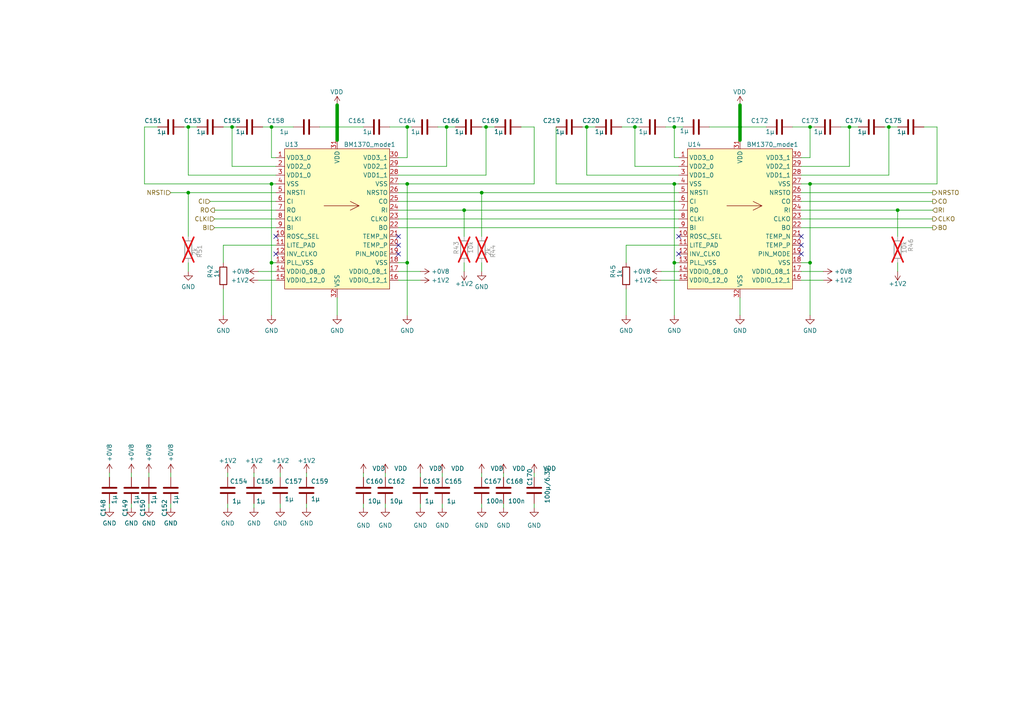
<source format=kicad_sch>
(kicad_sch (version 20231120) (generator "eeschema") (generator_version "8.0")
  (paper "A4")
  (lib_symbols
    (symbol "Device:C" (pin_numbers hide) (pin_names (offset 0.254))
      (property "Reference" "C" (at 0.635 2.54 0))
      (property "Value" "C" (at 0.635 -2.54 0))
      (symbol "C_0_1"
        (polyline (pts (xy -2.032 -0.762) (xy 2.032 -0.762)) (stroke (width 0.508)))
        (polyline (pts (xy -2.032 0.762) (xy 2.032 0.762)) (stroke (width 0.508)))
      )
      (symbol "C_1_1"
        (pin passive line (at 0 3.81 270) (length 2.794) (name "~") (number "1"))
        (pin passive line (at 0 -3.81 90) (length 2.794) (name "~") (number "2"))
      )
    )
    (symbol "Device:R" (pin_numbers hide) (pin_names (offset 0))
      (property "Reference" "R" (at 2.032 0 90))
      (property "Value" "R" (at 0 0 90))
      (symbol "R_0_1"
        (rectangle (start -1.016 -2.54) (end 1.016 2.54) (stroke (width 0.254)))
      )
      (symbol "R_1_1"
        (pin passive line (at 0 3.81 270) (length 1.27) (name "~") (number "1"))
        (pin passive line (at 0 -3.81 90) (length 1.27) (name "~") (number "2"))
      )
    )
    (symbol "GND_7" (power) (pin_names (offset 0))
      (property "Value" "GND_7" (at 0 -3.81 0))
      (symbol "GND_7_0_1"
        (polyline (pts (xy 0 0) (xy 0 -1.27) (xy 1.27 -1.27) (xy 0 -2.54) (xy -1.27 -1.27) (xy 0 -1.27)))
      )
      (symbol "GND_7_1_1"
        (pin power_in line (at 0 0 270) (length 0) hide (name "GND") (number "1"))
      )
    )
    (symbol "bitaxe:BM1370_mode1"
      (property "Reference" "U4" (at -15.24 21.59 0))
      (property "Value" "BM1370_mode1" (at 1.905 21.59 0))
      (symbol "BM1370_mode1_0_1"
        (rectangle (start -15.24 20.32) (end 15.24 -20.32) (fill (type background)))
        (polyline (pts (xy -3.81 3.81) (xy 6.35 3.81)))
        (polyline (pts (xy 3.81 2.54) (xy 6.35 3.81)))
        (polyline (pts (xy 3.81 5.08) (xy 6.35 3.81)))
      )
      (symbol "BM1370_mode1_1_1"
        (pin power_in line (at -17.78 17.78 0) (length 2.54) (name "VDD3_0") (number "1"))
        (pin unspecified line (at -17.78 -5.08 0) (length 2.54) (name "ROSC_SEL") (number "10"))
        (pin unspecified line (at -17.78 -7.62 0) (length 2.54) (name "LITE_PAD") (number "11"))
        (pin unspecified line (at -17.78 -10.16 0) (length 2.54) (name "INV_CLKO") (number "12"))
        (pin power_in line (at -17.78 -12.7 0) (length 2.54) (name "PLL_VSS") (number "13"))
        (pin power_in line (at -17.78 -15.24 0) (length 2.54) (name "VDDIO_08_0") (number "14"))
        (pin power_in line (at -17.78 -17.78 0) (length 2.54) (name "VDDIO_12_0") (number "15"))
        (pin power_in line (at 17.78 -17.78 180) (length 2.54) (name "VDDIO_12_1") (number "16"))
        (pin power_in line (at 17.78 -15.24 180) (length 2.54) (name "VDDIO_08_1") (number "17"))
        (pin power_in line (at 17.78 -12.7 180) (length 2.54) (name "VSS") (number "18"))
        (pin input line (at 17.78 -10.16 180) (length 2.54) (name "PIN_MODE") (number "19"))
        (pin power_in line (at -17.78 15.24 0) (length 2.54) (name "VDD2_0") (number "2"))
        (pin unspecified line (at 17.78 -7.62 180) (length 2.54) (name "TEMP_P") (number "20"))
        (pin unspecified line (at 17.78 -5.08 180) (length 2.54) (name "TEMP_N") (number "21"))
        (pin output line (at 17.78 -2.54 180) (length 2.54) (name "BO") (number "22"))
        (pin output line (at 17.78 0 180) (length 2.54) (name "CLKO") (number "23"))
        (pin input line (at 17.78 2.54 180) (length 2.54) (name "RI") (number "24"))
        (pin output line (at 17.78 5.08 180) (length 2.54) (name "CO") (number "25"))
        (pin output line (at 17.78 7.62 180) (length 2.54) (name "NRSTO") (number "26"))
        (pin power_in line (at 17.78 10.16 180) (length 2.54) (name "VSS") (number "27"))
        (pin power_in line (at 17.78 12.7 180) (length 2.54) (name "VDD1_1") (number "28"))
        (pin power_in line (at 17.78 15.24 180) (length 2.54) (name "VDD2_1") (number "29"))
        (pin power_in line (at -17.78 12.7 0) (length 2.54) (name "VDD1_0") (number "3"))
        (pin power_in line (at 17.78 17.78 180) (length 2.54) (name "VDD3_1") (number "30"))
        (pin power_in line (at 0 22.86 270) (length 2.54) (name "VDD") (number "31"))
        (pin power_in line (at 0 -22.86 90) (length 2.54) (name "VSS") (number "32"))
        (pin power_in line (at -17.78 10.16 0) (length 2.54) (name "VSS") (number "4"))
        (pin input line (at -17.78 7.62 0) (length 2.54) (name "NRSTI") (number "5"))
        (pin input line (at -17.78 5.08 0) (length 2.54) (name "CI") (number "6"))
        (pin output line (at -17.78 2.54 0) (length 2.54) (name "RO") (number "7"))
        (pin input line (at -17.78 0 0) (length 2.54) (name "CLKI") (number "8"))
        (pin input line (at -17.78 -2.54 0) (length 2.54) (name "BI") (number "9"))
      )
    )
    (symbol "mylib7:+0V8" (power) (exclude_from_sim yes) (in_bom no) (on_board no)
      (property "Value" "+0V8" (at 0 3.175 90))
      (symbol "+0V8_0_1"
        (polyline (pts (xy -0.762 1.27) (xy 0 2.54)))
        (polyline (pts (xy 0 0) (xy 0 2.54)))
        (polyline (pts (xy 0 2.54) (xy 0.762 1.27)))
      )
      (symbol "+0V8_1_1"
        (pin power_in line (at 0 0 90) (length 0) hide (name "+0V8") (number "1"))
      )
    )
    (symbol "power:+1V2" (power) (pin_numbers hide) (pin_names (offset 0) hide)
      (property "Value" "+1V2" (at 0 3.556 0))
      (symbol "+1V2_0_1"
        (polyline (pts (xy -0.762 1.27) (xy 0 2.54)))
        (polyline (pts (xy 0 0) (xy 0 2.54)))
        (polyline (pts (xy 0 2.54) (xy 0.762 1.27)))
      )
      (symbol "+1V2_1_1"
        (pin power_in line (at 0 0 90) (length 0) (name "~") (number "1"))
      )
    )
    (symbol "power:GND" (power) (pin_names (offset 0))
      (property "Value" "GND" (at 0 -3.81 0))
      (symbol "GND_0_1"
        (polyline (pts (xy 0 0) (xy 0 -1.27) (xy 1.27 -1.27) (xy 0 -2.54) (xy -1.27 -1.27) (xy 0 -1.27)))
      )
      (symbol "GND_1_1"
        (pin power_in line (at 0 0 270) (length 0) hide (name "GND") (number "1"))
      )
    )
    (symbol "power:VDD" (power) (pin_numbers hide) (pin_names (offset 0) hide)
      (property "Value" "VDD" (at 0 3.556 0))
      (symbol "VDD_0_1"
        (polyline (pts (xy -0.762 1.27) (xy 0 2.54)))
        (polyline (pts (xy 0 0) (xy 0 2.54)))
        (polyline (pts (xy 0 2.54) (xy 0.762 1.27)))
      )
      (symbol "VDD_1_1"
        (pin power_in line (at 0 0 90) (length 0) (name "~") (number "1"))
      )
    )
  )
  (junction (at 184.15 36.83))
  (junction (at 67.31 36.83))
  (junction (at 118.11 36.83))
  (junction (at 246.38 36.83))
  (junction (at 257.81 36.83))
  (junction (at 78.74 76.2))
  (junction (at 195.58 36.83))
  (junction (at 139.7 55.88))
  (junction (at 134.62 60.96))
  (junction (at 54.61 55.88))
  (junction (at 234.95 53.34))
  (junction (at 234.95 76.2))
  (junction (at 97.79 36.83))
  (junction (at 78.74 36.83))
  (junction (at 129.54 36.83))
  (junction (at 118.11 53.34))
  (junction (at 214.63 36.83))
  (junction (at 78.74 53.34))
  (junction (at 195.58 76.2))
  (junction (at 118.11 76.2))
  (junction (at 140.97 36.83))
  (junction (at 260.35 60.96))
  (junction (at 234.95 36.83))
  (junction (at 54.61 36.83))
  (junction (at 170.18 36.83))
  (junction (at 195.58 53.34))
  (no_connect (at 196.85 68.58))
  (no_connect (at 115.57 68.58))
  (no_connect (at 115.57 73.66))
  (no_connect (at 196.85 73.66))
  (no_connect (at 232.41 73.66))
  (no_connect (at 115.57 71.12))
  (no_connect (at 232.41 71.12))
  (no_connect (at 80.01 68.58))
  (no_connect (at 80.01 73.66))
  (no_connect (at 232.41 68.58))
  (wire (pts (xy 115.57 50.8) (xy 140.97 50.8)))
  (wire (pts (xy 139.7 146.05) (xy 139.7 147.32)))
  (wire (pts (xy 170.18 36.83) (xy 172.72 36.83)))
  (wire (pts (xy 78.74 45.72) (xy 80.01 45.72)))
  (wire (pts (xy 260.35 60.96) (xy 260.35 68.58)))
  (wire (pts (xy 271.78 53.34) (xy 271.78 36.83)))
  (wire (pts (xy 196.85 53.34) (xy 195.58 53.34)))
  (wire (pts (xy 154.94 36.83) (xy 151.13 36.83)))
  (wire (pts (xy 234.95 53.34) (xy 234.95 76.2)))
  (wire (pts (xy 246.38 48.26) (xy 246.38 36.83)))
  (wire (pts (xy 74.93 81.28) (xy 80.01 81.28)))
  (wire (pts (xy 234.95 53.34) (xy 271.78 53.34)))
  (wire (pts (xy 181.61 71.12) (xy 196.85 71.12)))
  (wire (pts (xy 214.63 30.48) (xy 214.63 36.83)) (stroke (width 1)))
  (wire (pts (xy 88.9 146.05) (xy 88.9 147.32)))
  (wire (pts (xy 121.92 146.05) (xy 121.92 147.32)))
  (wire (pts (xy 234.95 36.83) (xy 236.22 36.83)))
  (wire (pts (xy 191.77 81.28) (xy 196.85 81.28)))
  (wire (pts (xy 260.35 76.2) (xy 260.35 78.74)))
  (wire (pts (xy 232.41 53.34) (xy 234.95 53.34)))
  (wire (pts (xy 134.62 60.96) (xy 196.85 60.96)))
  (wire (pts (xy 198.12 36.83) (xy 195.58 36.83)))
  (wire (pts (xy 181.61 83.82) (xy 181.61 91.44)))
  (wire (pts (xy 195.58 76.2) (xy 195.58 91.44)))
  (wire (pts (xy 88.9 138.43) (xy 88.9 137.16)))
  (wire (pts (xy 97.79 86.36) (xy 97.79 91.44)))
  (wire (pts (xy 161.29 53.34) (xy 195.58 53.34)))
  (wire (pts (xy 154.94 53.34) (xy 154.94 36.83)))
  (wire (pts (xy 139.7 36.83) (xy 140.97 36.83)))
  (wire (pts (xy 118.11 53.34) (xy 154.94 53.34)))
  (wire (pts (xy 118.11 76.2) (xy 118.11 91.44)))
  (wire (pts (xy 43.18 137.16) (xy 43.18 138.43)))
  (wire (pts (xy 78.74 76.2) (xy 78.74 91.44)))
  (wire (pts (xy 78.74 53.34) (xy 78.74 76.2)))
  (wire (pts (xy 78.74 53.34) (xy 41.91 53.34)))
  (wire (pts (xy 128.27 146.05) (xy 128.27 147.32)))
  (wire (pts (xy 49.53 137.16) (xy 49.53 138.43)))
  (wire (pts (xy 64.77 71.12) (xy 64.77 76.2)))
  (wire (pts (xy 67.31 36.83) (xy 68.58 36.83)))
  (wire (pts (xy 115.57 66.04) (xy 196.85 66.04)))
  (wire (pts (xy 128.27 137.16) (xy 128.27 138.43)))
  (wire (pts (xy 73.66 137.16) (xy 73.66 138.43)))
  (wire (pts (xy 134.62 60.96) (xy 134.62 68.58)))
  (wire (pts (xy 191.77 78.74) (xy 196.85 78.74)))
  (wire (pts (xy 97.79 36.83) (xy 97.79 40.64)))
  (wire (pts (xy 271.78 36.83) (xy 267.97 36.83)))
  (wire (pts (xy 113.03 36.83) (xy 118.11 36.83)))
  (wire (pts (xy 115.57 45.72) (xy 118.11 45.72)))
  (wire (pts (xy 234.95 45.72) (xy 234.95 36.83)))
  (wire (pts (xy 31.75 137.16) (xy 31.75 138.43)))
  (wire (pts (xy 41.91 53.34) (xy 41.91 36.83)))
  (wire (pts (xy 54.61 76.2) (xy 54.61 78.74)))
  (wire (pts (xy 111.76 146.05) (xy 111.76 147.32)))
  (wire (pts (xy 154.94 137.16) (xy 154.94 138.43)))
  (wire (pts (xy 170.18 50.8) (xy 196.85 50.8)))
  (wire (pts (xy 81.28 138.43) (xy 81.28 137.16)))
  (wire (pts (xy 97.79 30.48) (xy 97.79 36.83)) (stroke (width 1)))
  (wire (pts (xy 129.54 48.26) (xy 129.54 36.83)))
  (wire (pts (xy 54.61 36.83) (xy 57.15 36.83)))
  (wire (pts (xy 115.57 78.74) (xy 121.92 78.74)))
  (wire (pts (xy 232.41 76.2) (xy 234.95 76.2)))
  (wire (pts (xy 78.74 36.83) (xy 85.09 36.83)))
  (wire (pts (xy 31.75 146.05) (xy 31.75 147.32)))
  (wire (pts (xy 184.15 36.83) (xy 184.15 48.26)))
  (wire (pts (xy 64.77 71.12) (xy 80.01 71.12)))
  (wire (pts (xy 232.41 55.88) (xy 270.51 55.88)))
  (wire (pts (xy 270.51 63.5) (xy 232.41 63.5)))
  (wire (pts (xy 38.1 146.05) (xy 38.1 147.32)))
  (wire (pts (xy 54.61 50.8) (xy 80.01 50.8)))
  (wire (pts (xy 115.57 53.34) (xy 118.11 53.34)))
  (wire (pts (xy 54.61 50.8) (xy 54.61 36.83)))
  (wire (pts (xy 115.57 81.28) (xy 121.92 81.28)))
  (wire (pts (xy 38.1 137.16) (xy 38.1 138.43)))
  (wire (pts (xy 257.81 36.83) (xy 260.35 36.83)))
  (wire (pts (xy 181.61 71.12) (xy 181.61 76.2)))
  (wire (pts (xy 161.29 36.83) (xy 161.29 53.34)))
  (wire (pts (xy 195.58 76.2) (xy 196.85 76.2)))
  (wire (pts (xy 256.54 36.83) (xy 257.81 36.83)))
  (wire (pts (xy 232.41 81.28) (xy 238.76 81.28)))
  (wire (pts (xy 180.34 36.83) (xy 184.15 36.83)))
  (wire (pts (xy 232.41 66.04) (xy 270.51 66.04)))
  (wire (pts (xy 146.05 137.16) (xy 146.05 138.43)))
  (wire (pts (xy 64.77 83.82) (xy 64.77 91.44)))
  (wire (pts (xy 54.61 55.88) (xy 54.61 68.58)))
  (wire (pts (xy 214.63 36.83) (xy 222.25 36.83)))
  (wire (pts (xy 170.18 36.83) (xy 170.18 50.8)))
  (wire (pts (xy 62.23 63.5) (xy 80.01 63.5)))
  (wire (pts (xy 195.58 45.72) (xy 196.85 45.72)))
  (wire (pts (xy 140.97 36.83) (xy 143.51 36.83)))
  (wire (pts (xy 41.91 36.83) (xy 45.72 36.83)))
  (wire (pts (xy 195.58 53.34) (xy 195.58 76.2)))
  (wire (pts (xy 115.57 58.42) (xy 196.85 58.42)))
  (wire (pts (xy 127 36.83) (xy 129.54 36.83)))
  (wire (pts (xy 232.41 48.26) (xy 246.38 48.26)))
  (wire (pts (xy 67.31 48.26) (xy 67.31 36.83)))
  (wire (pts (xy 97.79 36.83) (xy 97.79 40.64)) (stroke (width 1)))
  (wire (pts (xy 115.57 48.26) (xy 129.54 48.26)))
  (wire (pts (xy 168.91 36.83) (xy 170.18 36.83)))
  (wire (pts (xy 115.57 60.96) (xy 134.62 60.96)))
  (wire (pts (xy 139.7 76.2) (xy 139.7 78.74)))
  (wire (pts (xy 74.93 78.74) (xy 80.01 78.74)))
  (wire (pts (xy 43.18 146.05) (xy 43.18 147.32)))
  (wire (pts (xy 232.41 45.72) (xy 234.95 45.72)))
  (wire (pts (xy 205.74 36.83) (xy 214.63 36.83)))
  (wire (pts (xy 111.76 137.16) (xy 111.76 138.43)))
  (wire (pts (xy 62.23 66.04) (xy 80.01 66.04)))
  (wire (pts (xy 118.11 36.83) (xy 119.38 36.83)))
  (wire (pts (xy 64.77 36.83) (xy 67.31 36.83)))
  (wire (pts (xy 214.63 86.36) (xy 214.63 91.44)))
  (wire (pts (xy 195.58 36.83) (xy 195.58 45.72)))
  (wire (pts (xy 67.31 48.26) (xy 80.01 48.26)))
  (wire (pts (xy 105.41 137.16) (xy 105.41 138.43)))
  (wire (pts (xy 232.41 78.74) (xy 238.76 78.74)))
  (wire (pts (xy 92.71 36.83) (xy 97.79 36.83)))
  (wire (pts (xy 115.57 63.5) (xy 196.85 63.5)))
  (wire (pts (xy 62.23 60.96) (xy 80.01 60.96)))
  (wire (pts (xy 105.41 146.05) (xy 105.41 147.32)))
  (wire (pts (xy 140.97 50.8) (xy 140.97 36.83)))
  (wire (pts (xy 229.87 36.83) (xy 234.95 36.83)))
  (wire (pts (xy 73.66 146.05) (xy 73.66 147.32)))
  (wire (pts (xy 243.84 36.83) (xy 246.38 36.83)))
  (wire (pts (xy 134.62 76.2) (xy 134.62 78.74)))
  (wire (pts (xy 139.7 55.88) (xy 196.85 55.88)))
  (wire (pts (xy 234.95 76.2) (xy 234.95 91.44)))
  (wire (pts (xy 129.54 36.83) (xy 132.08 36.83)))
  (wire (pts (xy 53.34 36.83) (xy 54.61 36.83)))
  (wire (pts (xy 49.53 146.05) (xy 49.53 147.32)))
  (wire (pts (xy 214.63 36.83) (xy 214.63 40.64)) (stroke (width 1)))
  (wire (pts (xy 139.7 55.88) (xy 139.7 68.58)))
  (wire (pts (xy 54.61 55.88) (xy 80.01 55.88)))
  (wire (pts (xy 78.74 76.2) (xy 80.01 76.2)))
  (wire (pts (xy 118.11 45.72) (xy 118.11 36.83)))
  (wire (pts (xy 232.41 60.96) (xy 260.35 60.96)))
  (wire (pts (xy 270.51 58.42) (xy 232.41 58.42)))
  (wire (pts (xy 66.04 146.05) (xy 66.04 147.32)))
  (wire (pts (xy 115.57 55.88) (xy 139.7 55.88)))
  (wire (pts (xy 184.15 36.83) (xy 185.42 36.83)))
  (wire (pts (xy 81.28 146.05) (xy 81.28 147.32)))
  (wire (pts (xy 257.81 50.8) (xy 257.81 36.83)))
  (wire (pts (xy 60.96 58.42) (xy 80.01 58.42)))
  (wire (pts (xy 139.7 137.16) (xy 139.7 138.43)))
  (wire (pts (xy 76.2 36.83) (xy 78.74 36.83)))
  (wire (pts (xy 115.57 76.2) (xy 118.11 76.2)))
  (wire (pts (xy 193.04 36.83) (xy 195.58 36.83)))
  (wire (pts (xy 121.92 137.16) (xy 121.92 138.43)))
  (wire (pts (xy 146.05 146.05) (xy 146.05 147.32)))
  (wire (pts (xy 232.41 50.8) (xy 257.81 50.8)))
  (wire (pts (xy 118.11 53.34) (xy 118.11 76.2)))
  (wire (pts (xy 184.15 48.26) (xy 196.85 48.26)))
  (wire (pts (xy 246.38 36.83) (xy 248.92 36.83)))
  (wire (pts (xy 260.35 60.96) (xy 270.51 60.96)))
  (wire (pts (xy 97.79 36.83) (xy 105.41 36.83)))
  (wire (pts (xy 66.04 137.16) (xy 66.04 138.43)))
  (wire (pts (xy 78.74 36.83) (xy 78.74 45.72)))
  (wire (pts (xy 80.01 53.34) (xy 78.74 53.34)))
  (wire (pts (xy 49.53 55.88) (xy 54.61 55.88)))
  (wire (pts (xy 154.94 146.05) (xy 154.94 147.32)))
  (hierarchical_label "RI" (shape input) (at 270.51 60.96 0))
  (hierarchical_label "BI" (shape input) (at 62.23 66.04 180))
  (hierarchical_label "CI" (shape input) (at 60.96 58.42 180))
  (hierarchical_label "BO" (shape output) (at 270.51 66.04 0))
  (hierarchical_label "CLKO" (shape output) (at 270.51 63.5 0))
  (hierarchical_label "RO" (shape output) (at 62.23 60.96 180))
  (hierarchical_label "NRSTI" (shape input) (at 49.53 55.88 180))
  (hierarchical_label "CLKI" (shape input) (at 62.23 63.5 180))
  (hierarchical_label "NRSTO" (shape output) (at 270.51 55.88 0))
  (hierarchical_label "CO" (shape output) (at 270.51 58.42 0))
  (symbol (lib_id "power:VDD") (at 139.7 137.16 0) (unit 1)
    (property "Reference" "#PWR0303" (effects (hide yes)))
    (property "Value" "VDD" (at 142.24 135.8899 0) (effects (justify left)))
    (property "Description" "Power symbol creates a global label with name \"VDD\"" (effects (hide yes)))
  )
  (symbol (lib_id "Device:C") (at 123.19 36.83 90) (unit 1)
    (property "Reference" "C164" (at 120.65 34.29 90) (effects (justify left bottom)))
    (property "Value" "1µ" (at 121.92 37.465 90) (effects (justify left bottom)))
    (property "Footprint" "Capacitor_SMD:C_0805_2012Metric" (effects (hide yes)))
  )
  (symbol (lib_id "power:GND") (at 64.77 91.44 0) (mirror y) (unit 1)
    (property "Reference" "#PWR0278" (effects (hide yes)))
    (property "Value" "GND" (at 64.77 95.885 0))
  )
  (symbol (lib_id "Device:C") (at 121.92 142.24 0) (unit 1)
    (property "Reference" "C163" (at 122.555 140.335 0) (effects (justify left bottom)))
    (property "Value" "1µ" (at 123.19 146.05 0) (effects (justify left bottom)))
    (property "Footprint" "Capacitor_SMD:C_0805_2012Metric" (effects (hide yes)))
  )
  (symbol (lib_id "power:+1V2") (at 88.9 137.16 0) (unit 1)
    (property "Reference" "#PWR0287" (effects (hide yes)))
    (property "Value" "+1V2" (at 88.9 133.604 0))
    (property "Description" "Power symbol creates a global label with name \"+1V2\"" (effects (hide yes)))
  )
  (symbol (lib_id "power:+1V2") (at 81.28 137.16 0) (unit 1)
    (property "Reference" "#PWR0285" (effects (hide yes)))
    (property "Value" "+1V2" (at 81.28 133.604 0))
    (property "Description" "Power symbol creates a global label with name \"+1V2\"" (effects (hide yes)))
  )
  (symbol (lib_id "Device:C") (at 165.1 36.83 90) (unit 1)
    (property "Reference" "C219" (at 162.56 34.29 90) (effects (justify left bottom)))
    (property "Value" "1µ" (at 163.83 37.465 90) (effects (justify left bottom)))
    (property "Footprint" "Capacitor_SMD:C_0805_2012Metric" (effects (hide yes)))
  )
  (symbol (lib_id "Device:C") (at 264.16 36.83 90) (unit 1)
    (property "Reference" "C175" (at 261.62 34.29 90) (effects (justify left bottom)))
    (property "Value" "1µ" (at 262.89 37.465 90) (effects (justify left bottom)))
    (property "Footprint" "Capacitor_SMD:C_0805_2012Metric" (effects (hide yes)))
  )
  (symbol (lib_id "power:GND") (at 139.7 78.74 0) (mirror y) (unit 1)
    (property "Reference" "#PWR0302" (effects (hide yes)))
    (property "Value" "GND" (at 139.7 83.185 0))
  )
  (symbol (lib_id "power:+1V2") (at 134.62 78.74 180) (unit 1)
    (property "Reference" "#PWR0301" (effects (hide yes)))
    (property "Value" "+1V2" (at 134.62 82.296 0))
    (property "Description" "Power symbol creates a global label with name \"+1V2\"" (effects (hide yes)))
  )
  (symbol (lib_id "Device:C") (at 66.04 142.24 0) (unit 1)
    (property "Reference" "C154" (at 66.675 140.335 0) (effects (justify left bottom)))
    (property "Value" "1µ" (at 67.31 146.05 0) (effects (justify left bottom)))
    (property "Footprint" "Capacitor_SMD:C_0805_2012Metric" (effects (hide yes)))
  )
  (symbol (lib_id "power:+1V2") (at 73.66 137.16 0) (unit 1)
    (property "Reference" "#PWR0281" (effects (hide yes)))
    (property "Value" "+1V2" (at 73.66 133.604 0))
    (property "Description" "Power symbol creates a global label with name \"+1V2\"" (effects (hide yes)))
  )
  (symbol (lib_id "mylib7:+0V8") (at 38.1 137.16 0) (unit 1)
    (property "Reference" "#U027" (effects (hide yes)))
    (property "Value" "+0V8" (at 38.1 133.985 90) (effects (justify left)))
    (property "Distributor" "-" (effects (hide yes)))
  )
  (symbol (lib_id "Device:C") (at 88.9 142.24 0) (unit 1)
    (property "Reference" "C159" (at 90.17 140.335 0) (effects (justify left bottom)))
    (property "Value" "1µ" (at 90.17 145.415 0) (effects (justify left bottom)))
    (property "Footprint" "Capacitor_SMD:C_0805_2012Metric" (effects (hide yes)))
  )
  (symbol (lib_id "power:VDD") (at 214.63 30.48 0) (unit 1)
    (property "Reference" "#PWR0312" (effects (hide yes)))
    (property "Value" "VDD" (at 212.598 26.67 0) (effects (justify left)))
    (property "Description" "Power symbol creates a global label with name \"VDD\"" (effects (hide yes)))
  )
  (symbol (lib_id "power:VDD") (at 128.27 137.16 0) (unit 1)
    (property "Reference" "#PWR0299" (effects (hide yes)))
    (property "Value" "VDD" (at 130.81 135.8899 0) (effects (justify left)))
    (property "Description" "Power symbol creates a global label with name \"VDD\"" (effects (hide yes)))
  )
  (symbol (lib_id "Device:C") (at 109.22 36.83 90) (unit 1)
    (property "Reference" "C161" (at 106.045 34.29 90) (effects (justify left bottom)))
    (property "Value" "1µ" (at 107.95 37.465 90) (effects (justify left bottom)))
    (property "Footprint" "Capacitor_SMD:C_0805_2012Metric" (effects (hide yes)))
  )
  (symbol (lib_id "power:+1V2") (at 121.92 81.28 270) (unit 1)
    (property "Reference" "#PWR0296" (effects (hide yes)))
    (property "Value" "+1V2" (at 127.762 81.28 90))
    (property "Description" "Power symbol creates a global label with name \"+1V2\"" (effects (hide yes)))
  )
  (symbol (lib_id "bitaxe:BM1370_mode1") (at 97.79 63.5 0) (unit 1)
    (property "Reference" "U13" (at 82.55 41.91 0) (effects (justify left)))
    (property "Value" "BM1370_mode1" (at 99.695 41.91 0) (effects (justify left)))
    (property "Footprint" "Nerd8:BM1370" (effects (hide yes)))
  )
  (symbol (lib_id "power:GND") (at 195.58 91.44 0) (mirror y) (unit 1)
    (property "Reference" "#PWR0311" (effects (hide yes)))
    (property "Value" "GND" (at 195.58 95.885 0))
  )
  (symbol (lib_id "Device:R") (at 260.35 72.39 0) (unit 1) (dnp yes)
    (property "Reference" "R46" (at 264.16 71.12 90))
    (property "Value" "10k" (at 262.255 71.755 90))
    (property "Footprint" "Resistor_SMD:R_0805_2012Metric" (effects (hide yes)))
  )
  (symbol (lib_name "GND_7") (lib_id "power:GND") (at 121.92 147.32 0) (unit 1)
    (property "Reference" "#PWR0298" (effects (hide yes)))
    (property "Value" "GND" (at 121.92 152.4 0))
  )
  (symbol (lib_id "power:GND") (at 78.74 91.44 0) (mirror y) (unit 1)
    (property "Reference" "#PWR0284" (effects (hide yes)))
    (property "Value" "GND" (at 78.74 95.885 0))
  )
  (symbol (lib_id "Device:C") (at 240.03 36.83 90) (unit 1)
    (property "Reference" "C173" (at 237.49 34.29 90) (effects (justify left bottom)))
    (property "Value" "1µ" (at 238.76 37.465 90) (effects (justify left bottom)))
    (property "Footprint" "Capacitor_SMD:C_0805_2012Metric" (effects (hide yes)))
  )
  (symbol (lib_id "mylib7:+0V8") (at 74.93 78.74 90) (unit 1)
    (property "Reference" "#U032" (effects (hide yes)))
    (property "Value" "+0V8" (at 72.39 78.74 90) (effects (justify left)))
    (property "Distributor" "-" (effects (hide yes)))
  )
  (symbol (lib_id "power:+1V2") (at 74.93 81.28 90) (unit 1)
    (property "Reference" "#PWR0283" (effects (hide yes)))
    (property "Value" "+1V2" (at 69.596 81.28 90))
    (property "Description" "Power symbol creates a global label with name \"+1V2\"" (effects (hide yes)))
  )
  (symbol (lib_id "power:VDD") (at 105.41 137.16 0) (unit 1)
    (property "Reference" "#PWR0291" (effects (hide yes)))
    (property "Value" "VDD" (at 107.95 135.8899 0) (effects (justify left)))
    (property "Description" "Power symbol creates a global label with name \"VDD\"" (effects (hide yes)))
  )
  (symbol (lib_id "power:GND") (at 43.18 147.32 0) (mirror y) (unit 1)
    (property "Reference" "#PWR0276" (effects (hide yes)))
    (property "Value" "GND" (at 43.18 151.765 0))
  )
  (symbol (lib_id "Device:C") (at 73.66 142.24 0) (unit 1)
    (property "Reference" "C156" (at 74.295 140.335 0) (effects (justify left bottom)))
    (property "Value" "1µ" (at 74.295 146.05 0) (effects (justify left bottom)))
    (property "Footprint" "Capacitor_SMD:C_0805_2012Metric" (effects (hide yes)))
  )
  (symbol (lib_id "power:VDD") (at 121.92 137.16 0) (unit 1)
    (property "Reference" "#PWR0297" (effects (hide yes)))
    (property "Value" "VDD" (at 124.46 135.8899 0) (effects (justify left)))
    (property "Description" "Power symbol creates a global label with name \"VDD\"" (effects (hide yes)))
  )
  (symbol (lib_id "power:GND") (at 73.66 147.32 0) (mirror y) (unit 1)
    (property "Reference" "#PWR0282" (effects (hide yes)))
    (property "Value" "GND" (at 73.66 151.765 0))
  )
  (symbol (lib_id "power:VDD") (at 154.94 137.16 0) (unit 1)
    (property "Reference" "#PWR0308" (effects (hide yes)))
    (property "Value" "VDD" (at 157.48 135.8899 0) (effects (justify left)))
    (property "Description" "Power symbol creates a global label with name \"VDD\"" (effects (hide yes)))
  )
  (symbol (lib_id "Device:C") (at 176.53 36.83 90) (unit 1)
    (property "Reference" "C220" (at 173.99 34.29 90) (effects (justify left bottom)))
    (property "Value" "1µ" (at 175.26 37.465 90) (effects (justify left bottom)))
    (property "Footprint" "Capacitor_SMD:C_0805_2012Metric" (effects (hide yes)))
  )
  (symbol (lib_id "bitaxe:BM1370_mode1") (at 214.63 63.5 0) (unit 1)
    (property "Reference" "U14" (at 199.39 41.91 0) (effects (justify left)))
    (property "Value" "BM1370_mode1" (at 216.535 41.91 0) (effects (justify left)))
    (property "Footprint" "Nerd8:BM1370" (effects (hide yes)))
  )
  (symbol (lib_name "GND_7") (lib_id "power:GND") (at 105.41 147.32 0) (unit 1)
    (property "Reference" "#PWR0292" (effects (hide yes)))
    (property "Value" "GND" (at 105.41 152.4 0))
  )
  (symbol (lib_id "Device:C") (at 135.89 36.83 90) (unit 1)
    (property "Reference" "C166" (at 133.35 34.29 90) (effects (justify left bottom)))
    (property "Value" "1µ" (at 134.62 37.465 90) (effects (justify left bottom)))
    (property "Footprint" "Capacitor_SMD:C_0805_2012Metric" (effects (hide yes)))
  )
  (symbol (lib_name "GND_7") (lib_id "power:GND") (at 146.05 147.32 0) (unit 1)
    (property "Reference" "#PWR0307" (effects (hide yes)))
    (property "Value" "GND" (at 146.05 152.4 0))
  )
  (symbol (lib_id "Device:C") (at 189.23 36.83 90) (unit 1)
    (property "Reference" "C221" (at 186.69 34.29 90) (effects (justify left bottom)))
    (property "Value" "1µ" (at 187.96 37.465 90) (effects (justify left bottom)))
    (property "Footprint" "Capacitor_SMD:C_0805_2012Metric" (effects (hide yes)))
  )
  (symbol (lib_id "power:GND") (at 81.28 147.32 0) (mirror y) (unit 1)
    (property "Reference" "#PWR0286" (effects (hide yes)))
    (property "Value" "GND" (at 81.28 151.765 0))
  )
  (symbol (lib_id "Device:C") (at 43.18 142.24 180) (unit 1)
    (property "Reference" "C150" (at 40.64 144.78 90) (effects (justify left bottom)))
    (property "Value" "1µ" (at 43.815 143.51 90) (effects (justify left bottom)))
    (property "Footprint" "Capacitor_SMD:C_0805_2012Metric" (effects (hide yes)))
  )
  (symbol (lib_id "Device:C") (at 49.53 36.83 90) (unit 1)
    (property "Reference" "C151" (at 46.99 34.29 90) (effects (justify left bottom)))
    (property "Value" "1µ" (at 48.26 37.465 90) (effects (justify left bottom)))
    (property "Footprint" "Capacitor_SMD:C_0805_2012Metric" (effects (hide yes)))
  )
  (symbol (lib_id "mylib7:+0V8") (at 191.77 78.74 90) (unit 1)
    (property "Reference" "#U035" (effects (hide yes)))
    (property "Value" "+0V8" (at 188.722 78.74 90) (effects (justify left)))
    (property "Distributor" "-" (effects (hide yes)))
  )
  (symbol (lib_id "power:+1V2") (at 260.35 78.74 180) (unit 1)
    (property "Reference" "#PWR0316" (effects (hide yes)))
    (property "Value" "+1V2" (at 260.35 82.296 0))
    (property "Description" "Power symbol creates a global label with name \"+1V2\"" (effects (hide yes)))
  )
  (symbol (lib_id "Device:C") (at 111.76 142.24 0) (unit 1)
    (property "Reference" "C162" (at 112.395 140.335 0) (effects (justify left bottom)))
    (property "Value" "10µ" (at 113.03 146.05 0) (effects (justify left bottom)))
    (property "Footprint" "Capacitor_SMD:C_0805_2012Metric" (effects (hide yes)))
    (property "Distributor" "D" (effects (hide yes)))
    (property "Manufacturer" "C2012X5R1E106K125AB" (effects (hide yes)))
    (property "OrderNr" "445-5984-1-ND" (effects (hide yes)))
  )
  (symbol (lib_id "power:+1V2") (at 191.77 81.28 90) (unit 1)
    (property "Reference" "#PWR0310" (effects (hide yes)))
    (property "Value" "+1V2" (at 186.436 81.28 90))
    (property "Description" "Power symbol creates a global label with name \"+1V2\"" (effects (hide yes)))
  )
  (symbol (lib_id "Device:R") (at 54.61 72.39 0) (mirror x) (unit 1) (dnp yes)
    (property "Reference" "R51" (at 57.912 72.898 90))
    (property "Value" "2k" (at 56.515 73.025 90))
    (property "Footprint" "Resistor_SMD:R_0805_2012Metric" (effects (hide yes)))
  )
  (symbol (lib_id "mylib7:+0V8") (at 43.18 137.16 0) (unit 1)
    (property "Reference" "#U028" (effects (hide yes)))
    (property "Value" "+0V8" (at 43.18 133.985 90) (effects (justify left)))
    (property "Distributor" "-" (effects (hide yes)))
  )
  (symbol (lib_id "Device:C") (at 201.93 36.83 90) (unit 1)
    (property "Reference" "C171" (at 198.628 34.036 90) (effects (justify left bottom)))
    (property "Value" "1µ" (at 199.898 37.211 90) (effects (justify left bottom)))
    (property "Footprint" "Capacitor_SMD:C_0805_2012Metric" (effects (hide yes)))
  )
  (symbol (lib_id "Device:C") (at 60.96 36.83 90) (unit 1)
    (property "Reference" "C153" (at 58.42 34.29 90) (effects (justify left bottom)))
    (property "Value" "1µ" (at 59.69 37.465 90) (effects (justify left bottom)))
    (property "Footprint" "Capacitor_SMD:C_0805_2012Metric" (effects (hide yes)))
  )
  (symbol (lib_id "Device:C") (at 147.32 36.83 90) (unit 1)
    (property "Reference" "C169" (at 144.78 34.29 90) (effects (justify left bottom)))
    (property "Value" "1µ" (at 146.05 37.465 90) (effects (justify left bottom)))
    (property "Footprint" "Capacitor_SMD:C_0805_2012Metric" (effects (hide yes)))
  )
  (symbol (lib_id "power:GND") (at 31.75 147.32 0) (mirror y) (unit 1)
    (property "Reference" "#PWR0274" (effects (hide yes)))
    (property "Value" "GND" (at 31.75 151.765 0))
  )
  (symbol (lib_name "GND_7") (lib_id "power:GND") (at 128.27 147.32 0) (unit 1)
    (property "Reference" "#PWR0300" (effects (hide yes)))
    (property "Value" "GND" (at 128.27 152.4 0))
  )
  (symbol (lib_id "power:VDD") (at 97.79 30.48 0) (unit 1)
    (property "Reference" "#PWR0197" (effects (hide yes)))
    (property "Value" "VDD" (at 95.758 26.67 0) (effects (justify left)))
    (property "Description" "Power symbol creates a global label with name \"VDD\"" (effects (hide yes)))
  )
  (symbol (lib_id "mylib7:+0V8") (at 31.75 137.16 0) (unit 1)
    (property "Reference" "#U026" (effects (hide yes)))
    (property "Value" "+0V8" (at 31.75 133.985 90) (effects (justify left)))
    (property "Distributor" "-" (effects (hide yes)))
  )
  (symbol (lib_id "Device:R") (at 64.77 80.01 0) (mirror y) (unit 1)
    (property "Reference" "R42" (at 60.96 78.74 90))
    (property "Value" "1k" (at 62.865 79.375 90))
    (property "Footprint" "Resistor_SMD:R_0805_2012Metric" (effects (hide yes)))
  )
  (symbol (lib_id "mylib7:+0V8") (at 121.92 78.74 270) (unit 1)
    (property "Reference" "#U033" (effects (hide yes)))
    (property "Value" "+0V8" (at 125.095 78.74 90) (effects (justify left)))
    (property "Distributor" "-" (effects (hide yes)))
  )
  (symbol (lib_id "Device:C") (at 31.75 142.24 180) (unit 1)
    (property "Reference" "C148" (at 29.21 144.78 90) (effects (justify left bottom)))
    (property "Value" "1µ" (at 32.385 143.51 90) (effects (justify left bottom)))
    (property "Footprint" "Capacitor_SMD:C_0805_2012Metric" (effects (hide yes)))
  )
  (symbol (lib_id "Device:C") (at 38.1 142.24 180) (unit 1)
    (property "Reference" "C149" (at 35.56 144.78 90) (effects (justify left bottom)))
    (property "Value" "1µ" (at 38.735 143.51 90) (effects (justify left bottom)))
    (property "Footprint" "Capacitor_SMD:C_0805_2012Metric" (effects (hide yes)))
  )
  (symbol (lib_id "power:GND") (at 118.11 91.44 0) (mirror y) (unit 1)
    (property "Reference" "#PWR0295" (effects (hide yes)))
    (property "Value" "GND" (at 118.11 95.885 0))
  )
  (symbol (lib_id "power:GND") (at 214.63 91.44 0) (mirror y) (unit 1)
    (property "Reference" "#PWR0313" (effects (hide yes)))
    (property "Value" "GND" (at 214.63 95.885 0))
  )
  (symbol (lib_id "Device:C") (at 146.05 142.24 0) (unit 1)
    (property "Reference" "C168" (at 146.685 140.335 0) (effects (justify left bottom)))
    (property "Value" "100n" (at 147.32 146.05 0) (effects (justify left bottom)))
    (property "Footprint" "Capacitor_SMD:C_0805_2012Metric" (effects (hide yes)))
  )
  (symbol (lib_id "Device:C") (at 49.53 142.24 180) (unit 1)
    (property "Reference" "C152" (at 46.99 144.78 90) (effects (justify left bottom)))
    (property "Value" "1µ" (at 50.165 143.51 90) (effects (justify left bottom)))
    (property "Footprint" "Capacitor_SMD:C_0805_2012Metric" (effects (hide yes)))
  )
  (symbol (lib_name "GND_7") (lib_id "power:GND") (at 111.76 147.32 0) (unit 1)
    (property "Reference" "#PWR0294" (effects (hide yes)))
    (property "Value" "GND" (at 111.76 152.4 0))
  )
  (symbol (lib_id "power:GND") (at 66.04 147.32 0) (mirror y) (unit 1)
    (property "Reference" "#PWR0280" (effects (hide yes)))
    (property "Value" "GND" (at 66.04 151.765 0))
  )
  (symbol (lib_id "power:+1V2") (at 66.04 137.16 0) (unit 1)
    (property "Reference" "#PWR0279" (effects (hide yes)))
    (property "Value" "+1V2" (at 66.04 133.604 0))
    (property "Description" "Power symbol creates a global label with name \"+1V2\"" (effects (hide yes)))
  )
  (symbol (lib_id "Device:R") (at 181.61 80.01 0) (mirror y) (unit 1)
    (property "Reference" "R45" (at 177.8 78.74 90))
    (property "Value" "1k" (at 179.705 79.375 90))
    (property "Footprint" "Resistor_SMD:R_0805_2012Metric" (effects (hide yes)))
  )
  (symbol (lib_id "Device:C") (at 88.9 36.83 90) (unit 1)
    (property "Reference" "C158" (at 82.55 34.29 90) (effects (justify left bottom)))
    (property "Value" "1µ" (at 83.82 37.465 90) (effects (justify left bottom)))
    (property "Footprint" "Capacitor_SMD:C_0805_2012Metric" (effects (hide yes)))
  )
  (symbol (lib_id "power:GND") (at 97.79 91.44 0) (mirror y) (unit 1)
    (property "Reference" "#PWR0290" (effects (hide yes)))
    (property "Value" "GND" (at 97.79 95.885 0))
  )
  (symbol (lib_id "Device:R") (at 134.62 72.39 0) (unit 1) (dnp yes)
    (property "Reference" "R43" (at 132.334 71.882 90))
    (property "Value" "10k" (at 136.525 71.755 90))
    (property "Footprint" "Resistor_SMD:R_0805_2012Metric" (effects (hide yes)))
  )
  (symbol (lib_id "power:GND") (at 54.61 78.74 0) (mirror y) (unit 1)
    (property "Reference" "#PWR0341" (effects (hide yes)))
    (property "Value" "GND" (at 54.61 83.185 0))
  )
  (symbol (lib_id "power:GND") (at 49.53 147.32 0) (mirror y) (unit 1)
    (property "Reference" "#PWR0277" (effects (hide yes)))
    (property "Value" "GND" (at 49.53 151.765 0))
  )
  (symbol (lib_id "Device:C") (at 128.27 142.24 0) (unit 1)
    (property "Reference" "C165" (at 128.905 140.335 0) (effects (justify left bottom)))
    (property "Value" "1µ" (at 129.54 146.05 0) (effects (justify left bottom)))
    (property "Footprint" "Capacitor_SMD:C_0805_2012Metric" (effects (hide yes)))
  )
  (symbol (lib_id "power:GND") (at 38.1 147.32 0) (mirror y) (unit 1)
    (property "Reference" "#PWR0275" (effects (hide yes)))
    (property "Value" "GND" (at 38.1 151.765 0))
  )
  (symbol (lib_id "Device:C") (at 226.06 36.83 90) (unit 1)
    (property "Reference" "C172" (at 222.885 34.29 90) (effects (justify left bottom)))
    (property "Value" "1µ" (at 224.79 37.465 90) (effects (justify left bottom)))
    (property "Footprint" "Capacitor_SMD:C_0805_2012Metric" (effects (hide yes)))
  )
  (symbol (lib_id "Device:C") (at 154.94 142.24 0) (unit 1)
    (property "Reference" "C170" (at 153.67 140.97 90) (effects (justify left)))
    (property "Value" "100µ/6.3V" (at 158.75 146.05 90) (effects (justify left)))
    (property "Footprint" "Capacitor_SMD:C_1210_3225Metric" (effects (hide yes)))
    (property "Distributor" "D" (effects (hide yes)))
    (property "Manufacturer" "C1210C107M8PAC7800" (effects (hide yes)))
    (property "OrderNr" "399-C1210C107M8PAC7800CT-ND" (effects (hide yes)))
  )
  (symbol (lib_id "Device:C") (at 252.73 36.83 90) (unit 1)
    (property "Reference" "C174" (at 250.19 34.29 90) (effects (justify left bottom)))
    (property "Value" "1µ" (at 251.46 37.465 90) (effects (justify left bottom)))
    (property "Footprint" "Capacitor_SMD:C_0805_2012Metric" (effects (hide yes)))
  )
  (symbol (lib_id "power:GND") (at 234.95 91.44 0) (mirror y) (unit 1)
    (property "Reference" "#PWR0314" (effects (hide yes)))
    (property "Value" "GND" (at 234.95 95.885 0))
  )
  (symbol (lib_id "mylib7:+0V8") (at 238.76 78.74 270) (unit 1)
    (property "Reference" "#U036" (effects (hide yes)))
    (property "Value" "+0V8" (at 241.935 78.74 90) (effects (justify left)))
    (property "Distributor" "-" (effects (hide yes)))
  )
  (symbol (lib_id "power:VDD") (at 146.05 137.16 0) (unit 1)
    (property "Reference" "#PWR0306" (effects (hide yes)))
    (property "Value" "VDD" (at 148.59 135.8899 0) (effects (justify left)))
    (property "Description" "Power symbol creates a global label with name \"VDD\"" (effects (hide yes)))
  )
  (symbol (lib_id "power:GND") (at 154.94 147.32 0) (mirror y) (unit 1)
    (property "Reference" "#PWR0309" (effects (hide yes)))
    (property "Value" "GND" (at 154.94 152.4 0))
  )
  (symbol (lib_id "Device:C") (at 105.41 142.24 0) (unit 1)
    (property "Reference" "C160" (at 106.045 140.335 0) (effects (justify left bottom)))
    (property "Value" "10µ" (at 106.68 146.05 0) (effects (justify left bottom)))
    (property "Footprint" "Capacitor_SMD:C_0805_2012Metric" (effects (hide yes)))
    (property "Distributor" "D" (effects (hide yes)))
    (property "Manufacturer" "C2012X5R1E106K125AB" (effects (hide yes)))
    (property "OrderNr" "445-5984-1-ND" (effects (hide yes)))
  )
  (symbol (lib_id "mylib7:+0V8") (at 49.53 137.16 0) (unit 1)
    (property "Reference" "#U030" (effects (hide yes)))
    (property "Value" "+0V8" (at 49.53 133.985 90) (effects (justify left)))
    (property "Distributor" "-" (effects (hide yes)))
  )
  (symbol (lib_id "power:+1V2") (at 238.76 81.28 270) (unit 1)
    (property "Reference" "#PWR0315" (effects (hide yes)))
    (property "Value" "+1V2" (at 244.602 81.28 90))
    (property "Description" "Power symbol creates a global label with name \"+1V2\"" (effects (hide yes)))
  )
  (symbol (lib_id "power:GND") (at 181.61 91.44 0) (mirror y) (unit 1)
    (property "Reference" "#PWR0305" (effects (hide yes)))
    (property "Value" "GND" (at 181.61 95.885 0))
  )
  (symbol (lib_id "Device:C") (at 139.7 142.24 0) (unit 1)
    (property "Reference" "C167" (at 140.335 140.335 0) (effects (justify left bottom)))
    (property "Value" "100n" (at 140.97 146.05 0) (effects (justify left bottom)))
    (property "Footprint" "Capacitor_SMD:C_0805_2012Metric" (effects (hide yes)))
  )
  (symbol (lib_id "power:VDD") (at 111.76 137.16 0) (unit 1)
    (property "Reference" "#PWR0293" (effects (hide yes)))
    (property "Value" "VDD" (at 114.3 135.8899 0) (effects (justify left)))
    (property "Description" "Power symbol creates a global label with name \"VDD\"" (effects (hide yes)))
  )
  (symbol (lib_id "Device:C") (at 72.39 36.83 90) (unit 1)
    (property "Reference" "C155" (at 69.85 34.29 90) (effects (justify left bottom)))
    (property "Value" "1µ" (at 71.12 37.465 90) (effects (justify left bottom)))
    (property "Footprint" "Capacitor_SMD:C_0805_2012Metric" (effects (hide yes)))
  )
  (symbol (lib_name "GND_7") (lib_id "power:GND") (at 139.7 147.32 0) (unit 1)
    (property "Reference" "#PWR0304" (effects (hide yes)))
    (property "Value" "GND" (at 139.7 152.4 0))
  )
  (symbol (lib_id "power:GND") (at 88.9 147.32 0) (mirror y) (unit 1)
    (property "Reference" "#PWR0288" (effects (hide yes)))
    (property "Value" "GND" (at 88.9 151.765 0))
  )
  (symbol (lib_id "Device:C") (at 81.28 142.24 0) (unit 1)
    (property "Reference" "C157" (at 82.55 140.335 0) (effects (justify left bottom)))
    (property "Value" "1µ" (at 82.55 145.415 0) (effects (justify left bottom)))
    (property "Footprint" "Capacitor_SMD:C_0805_2012Metric" (effects (hide yes)))
  )
  (symbol (lib_id "Device:R") (at 139.7 72.39 0) (mirror x) (unit 1) (dnp yes)
    (property "Reference" "R44" (at 143.002 72.898 90))
    (property "Value" "2k" (at 141.605 73.025 90))
    (property "Footprint" "Resistor_SMD:R_0805_2012Metric" (effects (hide yes)))
  )
)
</source>
